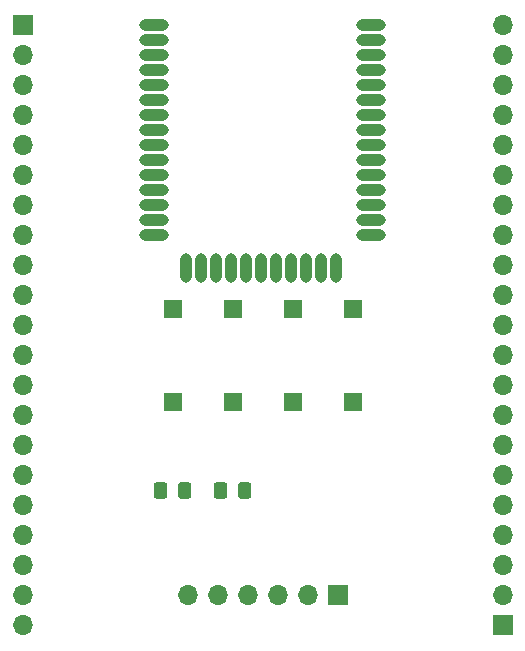
<source format=gbr>
G04 #@! TF.GenerationSoftware,KiCad,Pcbnew,(5.1.9)-1*
G04 #@! TF.CreationDate,2021-03-06T13:20:15+01:00*
G04 #@! TF.ProjectId,Jennic JN5148-001-M04 breakout,4a656e6e-6963-4204-9a4e-353134382d30,rev?*
G04 #@! TF.SameCoordinates,Original*
G04 #@! TF.FileFunction,Soldermask,Top*
G04 #@! TF.FilePolarity,Negative*
%FSLAX46Y46*%
G04 Gerber Fmt 4.6, Leading zero omitted, Abs format (unit mm)*
G04 Created by KiCad (PCBNEW (5.1.9)-1) date 2021-03-06 13:20:15*
%MOMM*%
%LPD*%
G01*
G04 APERTURE LIST*
%ADD10O,1.000000X2.500000*%
%ADD11O,2.500000X1.000000*%
%ADD12O,1.700000X1.700000*%
%ADD13R,1.700000X1.700000*%
%ADD14R,1.500000X1.500000*%
G04 APERTURE END LIST*
D10*
X151000000Y-96710000D03*
X149730000Y-96710000D03*
X148460000Y-96710000D03*
X147190000Y-96710000D03*
X145920000Y-96710000D03*
X144650000Y-96710000D03*
X143380000Y-96710000D03*
X142110000Y-96710000D03*
X140840000Y-96710000D03*
X139570000Y-96710000D03*
X138300000Y-96710000D03*
D11*
X153990000Y-76200000D03*
X153990000Y-77470000D03*
X153990000Y-78740000D03*
X153990000Y-80010000D03*
X153990000Y-82550000D03*
X153990000Y-85090000D03*
X153990000Y-83820000D03*
X153990000Y-81280000D03*
X153990000Y-92710000D03*
X153990000Y-91440000D03*
X153990000Y-88900000D03*
X153990000Y-90170000D03*
X153990000Y-86360000D03*
X153990000Y-87630000D03*
X153990000Y-93980000D03*
X135570000Y-76200000D03*
X135570000Y-77470000D03*
X135570000Y-78740000D03*
X135570000Y-80010000D03*
X135570000Y-81280000D03*
X135570000Y-82550000D03*
X135570000Y-83820000D03*
X135570000Y-85090000D03*
X135570000Y-86360000D03*
X135570000Y-87630000D03*
X135570000Y-88900000D03*
X135570000Y-90170000D03*
X135570000Y-91440000D03*
X135570000Y-92710000D03*
X135570000Y-93980000D03*
D12*
X165100000Y-76200000D03*
X165100000Y-78740000D03*
X165100000Y-81280000D03*
X165100000Y-83820000D03*
X165100000Y-86360000D03*
X165100000Y-88900000D03*
X165100000Y-91440000D03*
X165100000Y-93980000D03*
X165100000Y-96520000D03*
X165100000Y-99060000D03*
X165100000Y-101600000D03*
X165100000Y-104140000D03*
X165100000Y-106680000D03*
X165100000Y-109220000D03*
X165100000Y-111760000D03*
X165100000Y-114300000D03*
X165100000Y-116840000D03*
X165100000Y-119380000D03*
X165100000Y-121920000D03*
X165100000Y-124460000D03*
D13*
X165100000Y-127000000D03*
D12*
X124460000Y-127000000D03*
X124460000Y-124460000D03*
X124460000Y-121920000D03*
X124460000Y-119380000D03*
X124460000Y-116840000D03*
X124460000Y-114300000D03*
X124460000Y-111760000D03*
X124460000Y-109220000D03*
X124460000Y-106680000D03*
X124460000Y-104140000D03*
X124460000Y-101600000D03*
X124460000Y-99060000D03*
X124460000Y-96520000D03*
X124460000Y-93980000D03*
X124460000Y-91440000D03*
X124460000Y-88900000D03*
X124460000Y-86360000D03*
X124460000Y-83820000D03*
X124460000Y-81280000D03*
X124460000Y-78740000D03*
D13*
X124460000Y-76200000D03*
D14*
X142240000Y-100240000D03*
X142240000Y-108040000D03*
X137160000Y-100240000D03*
X137160000Y-108040000D03*
D12*
X138430000Y-124460000D03*
X140970000Y-124460000D03*
X143510000Y-124460000D03*
X146050000Y-124460000D03*
X148590000Y-124460000D03*
D13*
X151130000Y-124460000D03*
G36*
G01*
X142690000Y-116020001D02*
X142690000Y-115119999D01*
G75*
G02*
X142939999Y-114870000I249999J0D01*
G01*
X143590001Y-114870000D01*
G75*
G02*
X143840000Y-115119999I0J-249999D01*
G01*
X143840000Y-116020001D01*
G75*
G02*
X143590001Y-116270000I-249999J0D01*
G01*
X142939999Y-116270000D01*
G75*
G02*
X142690000Y-116020001I0J249999D01*
G01*
G37*
G36*
G01*
X140640000Y-116020001D02*
X140640000Y-115119999D01*
G75*
G02*
X140889999Y-114870000I249999J0D01*
G01*
X141540001Y-114870000D01*
G75*
G02*
X141790000Y-115119999I0J-249999D01*
G01*
X141790000Y-116020001D01*
G75*
G02*
X141540001Y-116270000I-249999J0D01*
G01*
X140889999Y-116270000D01*
G75*
G02*
X140640000Y-116020001I0J249999D01*
G01*
G37*
G36*
G01*
X137610000Y-116020001D02*
X137610000Y-115119999D01*
G75*
G02*
X137859999Y-114870000I249999J0D01*
G01*
X138510001Y-114870000D01*
G75*
G02*
X138760000Y-115119999I0J-249999D01*
G01*
X138760000Y-116020001D01*
G75*
G02*
X138510001Y-116270000I-249999J0D01*
G01*
X137859999Y-116270000D01*
G75*
G02*
X137610000Y-116020001I0J249999D01*
G01*
G37*
G36*
G01*
X135560000Y-116020001D02*
X135560000Y-115119999D01*
G75*
G02*
X135809999Y-114870000I249999J0D01*
G01*
X136460001Y-114870000D01*
G75*
G02*
X136710000Y-115119999I0J-249999D01*
G01*
X136710000Y-116020001D01*
G75*
G02*
X136460001Y-116270000I-249999J0D01*
G01*
X135809999Y-116270000D01*
G75*
G02*
X135560000Y-116020001I0J249999D01*
G01*
G37*
D14*
X152400000Y-100240000D03*
X152400000Y-108040000D03*
X147320000Y-100240000D03*
X147320000Y-108040000D03*
M02*

</source>
